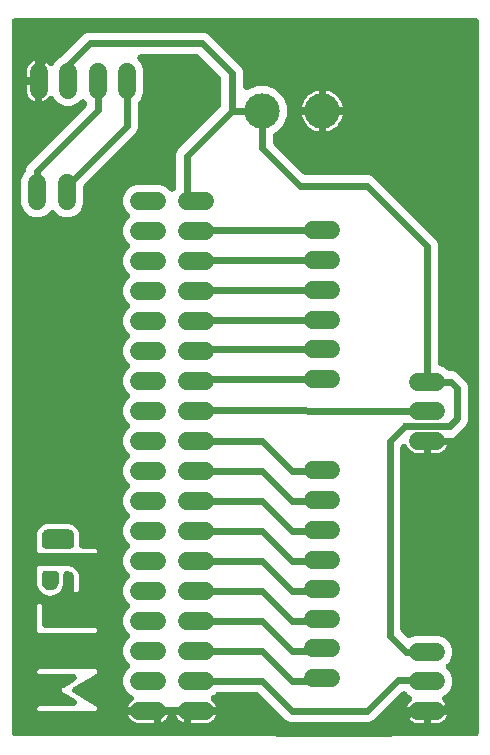
<source format=gbr>
G04 EAGLE Gerber X2 export*
%TF.Part,Single*%
%TF.FileFunction,Copper,L2,Bot,Mixed*%
%TF.FilePolarity,Positive*%
%TF.GenerationSoftware,Autodesk,EAGLE,8.6.3*%
%TF.CreationDate,2019-03-16T18:42:50Z*%
G75*
%MOMM*%
%FSLAX34Y34*%
%LPD*%
%AMOC8*
5,1,8,0,0,1.08239X$1,22.5*%
G01*
%ADD10C,3.000000*%
%ADD11C,1.508000*%
%ADD12C,0.609600*%
%ADD13C,0.406400*%

G36*
X402668Y10167D02*
X402668Y10167D01*
X402744Y10165D01*
X402913Y10187D01*
X403084Y10201D01*
X403158Y10219D01*
X403233Y10229D01*
X403397Y10278D01*
X403563Y10319D01*
X403632Y10349D01*
X403706Y10371D01*
X403859Y10447D01*
X404016Y10514D01*
X404080Y10555D01*
X404149Y10588D01*
X404288Y10687D01*
X404432Y10779D01*
X404489Y10830D01*
X404551Y10874D01*
X404672Y10994D01*
X404800Y11108D01*
X404848Y11167D01*
X404902Y11221D01*
X405003Y11359D01*
X405110Y11492D01*
X405147Y11558D01*
X405192Y11619D01*
X405269Y11772D01*
X405354Y11920D01*
X405380Y11992D01*
X405415Y12060D01*
X405466Y12223D01*
X405525Y12383D01*
X405540Y12458D01*
X405563Y12530D01*
X405575Y12635D01*
X405620Y12867D01*
X405627Y13103D01*
X405639Y13208D01*
X405639Y615342D01*
X405633Y615418D01*
X405635Y615494D01*
X405613Y615663D01*
X405599Y615834D01*
X405581Y615908D01*
X405571Y615983D01*
X405522Y616147D01*
X405481Y616313D01*
X405451Y616382D01*
X405429Y616456D01*
X405353Y616609D01*
X405286Y616766D01*
X405245Y616830D01*
X405212Y616899D01*
X405113Y617038D01*
X405021Y617182D01*
X404970Y617239D01*
X404926Y617301D01*
X404806Y617422D01*
X404692Y617550D01*
X404633Y617598D01*
X404579Y617652D01*
X404441Y617753D01*
X404308Y617860D01*
X404242Y617897D01*
X404181Y617942D01*
X404028Y618019D01*
X403880Y618104D01*
X403808Y618130D01*
X403740Y618165D01*
X403577Y618216D01*
X403417Y618275D01*
X403342Y618290D01*
X403270Y618313D01*
X403165Y618325D01*
X402933Y618370D01*
X402697Y618377D01*
X402592Y618389D01*
X13208Y618389D01*
X13132Y618383D01*
X13056Y618385D01*
X12887Y618363D01*
X12716Y618349D01*
X12642Y618331D01*
X12567Y618321D01*
X12403Y618272D01*
X12237Y618231D01*
X12168Y618201D01*
X12094Y618179D01*
X11941Y618103D01*
X11784Y618036D01*
X11720Y617995D01*
X11651Y617962D01*
X11512Y617863D01*
X11368Y617771D01*
X11311Y617720D01*
X11249Y617676D01*
X11128Y617556D01*
X11000Y617442D01*
X10952Y617383D01*
X10898Y617329D01*
X10797Y617191D01*
X10690Y617058D01*
X10653Y616992D01*
X10608Y616931D01*
X10531Y616778D01*
X10446Y616630D01*
X10420Y616558D01*
X10385Y616490D01*
X10334Y616327D01*
X10275Y616167D01*
X10260Y616092D01*
X10237Y616020D01*
X10225Y615915D01*
X10180Y615683D01*
X10173Y615447D01*
X10161Y615342D01*
X10161Y13208D01*
X10167Y13132D01*
X10165Y13056D01*
X10187Y12887D01*
X10201Y12716D01*
X10219Y12642D01*
X10229Y12567D01*
X10278Y12403D01*
X10319Y12237D01*
X10349Y12168D01*
X10371Y12094D01*
X10447Y11941D01*
X10514Y11784D01*
X10555Y11720D01*
X10588Y11651D01*
X10687Y11512D01*
X10779Y11368D01*
X10830Y11311D01*
X10874Y11249D01*
X10994Y11128D01*
X11108Y11000D01*
X11167Y10952D01*
X11221Y10898D01*
X11359Y10797D01*
X11492Y10690D01*
X11558Y10653D01*
X11619Y10608D01*
X11772Y10531D01*
X11920Y10446D01*
X11992Y10420D01*
X12060Y10385D01*
X12223Y10334D01*
X12383Y10275D01*
X12458Y10260D01*
X12530Y10237D01*
X12635Y10225D01*
X12867Y10180D01*
X13103Y10173D01*
X13208Y10161D01*
X402592Y10161D01*
X402668Y10167D01*
G37*
%LPC*%
G36*
X245831Y22605D02*
X245831Y22605D01*
X242470Y23997D01*
X219355Y47113D01*
X219268Y47187D01*
X219187Y47268D01*
X219080Y47346D01*
X218979Y47432D01*
X218881Y47491D01*
X218789Y47558D01*
X218670Y47618D01*
X218556Y47687D01*
X218450Y47729D01*
X218348Y47781D01*
X218221Y47821D01*
X218098Y47870D01*
X217987Y47895D01*
X217878Y47929D01*
X217784Y47939D01*
X217616Y47977D01*
X217292Y47995D01*
X217200Y48005D01*
X185233Y48005D01*
X185119Y47996D01*
X185005Y47997D01*
X184873Y47976D01*
X184741Y47965D01*
X184630Y47938D01*
X184517Y47920D01*
X184391Y47879D01*
X184262Y47847D01*
X184157Y47802D01*
X184049Y47766D01*
X183931Y47704D01*
X183809Y47652D01*
X183713Y47591D01*
X183611Y47538D01*
X183538Y47479D01*
X183393Y47387D01*
X183151Y47171D01*
X183078Y47113D01*
X181555Y45589D01*
X180453Y45133D01*
X180299Y45054D01*
X180142Y44983D01*
X180080Y44942D01*
X180014Y44908D01*
X179875Y44805D01*
X179731Y44710D01*
X179677Y44659D01*
X179617Y44615D01*
X179496Y44491D01*
X179370Y44374D01*
X179325Y44315D01*
X179273Y44262D01*
X179173Y44120D01*
X179068Y43984D01*
X179032Y43919D01*
X178990Y43858D01*
X178915Y43702D01*
X178832Y43550D01*
X178808Y43480D01*
X178776Y43413D01*
X178727Y43248D01*
X178670Y43084D01*
X178657Y43011D01*
X178636Y42940D01*
X178615Y42768D01*
X178585Y42598D01*
X178584Y42524D01*
X178575Y42451D01*
X178581Y42278D01*
X178579Y42105D01*
X178591Y42032D01*
X178593Y41958D01*
X178628Y41788D01*
X178654Y41617D01*
X178676Y41547D01*
X178691Y41474D01*
X178752Y41312D01*
X178806Y41148D01*
X178839Y41082D01*
X178866Y41013D01*
X178952Y40863D01*
X179031Y40709D01*
X179075Y40650D01*
X179112Y40585D01*
X179222Y40451D01*
X179325Y40313D01*
X179368Y40273D01*
X179425Y40204D01*
X179795Y39877D01*
X179815Y39864D01*
X179828Y39853D01*
X180397Y39439D01*
X181519Y38317D01*
X182452Y37033D01*
X183172Y35620D01*
X183439Y34797D01*
X158750Y34797D01*
X133350Y34797D01*
X108661Y34797D01*
X108928Y35620D01*
X109648Y37033D01*
X110581Y38317D01*
X111703Y39439D01*
X112272Y39853D01*
X112403Y39965D01*
X112540Y40071D01*
X112590Y40126D01*
X112646Y40174D01*
X112757Y40306D01*
X112875Y40433D01*
X112916Y40495D01*
X112964Y40551D01*
X113052Y40700D01*
X113148Y40844D01*
X113178Y40912D01*
X113216Y40975D01*
X113280Y41136D01*
X113351Y41294D01*
X113370Y41365D01*
X113397Y41434D01*
X113434Y41603D01*
X113478Y41770D01*
X113486Y41844D01*
X113501Y41916D01*
X113510Y42089D01*
X113527Y42261D01*
X113523Y42335D01*
X113527Y42409D01*
X113507Y42581D01*
X113497Y42754D01*
X113480Y42826D01*
X113472Y42899D01*
X113425Y43066D01*
X113387Y43234D01*
X113359Y43303D01*
X113339Y43374D01*
X113266Y43531D01*
X113201Y43691D01*
X113162Y43755D01*
X113131Y43822D01*
X113034Y43965D01*
X112944Y44112D01*
X112895Y44168D01*
X112854Y44230D01*
X112734Y44355D01*
X112622Y44486D01*
X112565Y44534D01*
X112514Y44588D01*
X112376Y44692D01*
X112244Y44803D01*
X112193Y44831D01*
X112121Y44886D01*
X111685Y45117D01*
X111662Y45125D01*
X111647Y45133D01*
X110545Y45589D01*
X106709Y49425D01*
X104633Y54437D01*
X104633Y59863D01*
X106709Y64875D01*
X109530Y67695D01*
X109579Y67753D01*
X109635Y67806D01*
X109739Y67941D01*
X109849Y68071D01*
X109889Y68136D01*
X109935Y68197D01*
X110016Y68347D01*
X110104Y68494D01*
X110132Y68565D01*
X110168Y68632D01*
X110224Y68793D01*
X110287Y68952D01*
X110304Y69026D01*
X110328Y69098D01*
X110357Y69267D01*
X110394Y69434D01*
X110398Y69510D01*
X110411Y69585D01*
X110412Y69756D01*
X110422Y69926D01*
X110414Y70002D01*
X110414Y70078D01*
X110387Y70247D01*
X110369Y70417D01*
X110349Y70490D01*
X110337Y70565D01*
X110284Y70728D01*
X110239Y70892D01*
X110207Y70962D01*
X110183Y71034D01*
X110104Y71185D01*
X110033Y71341D01*
X109990Y71404D01*
X109955Y71472D01*
X109890Y71554D01*
X109758Y71750D01*
X109596Y71922D01*
X109530Y72005D01*
X106709Y74825D01*
X104633Y79837D01*
X104633Y85263D01*
X106709Y90275D01*
X109530Y93095D01*
X109579Y93153D01*
X109635Y93205D01*
X109739Y93341D01*
X109849Y93471D01*
X109889Y93537D01*
X109935Y93597D01*
X110016Y93747D01*
X110104Y93894D01*
X110132Y93964D01*
X110168Y94032D01*
X110224Y94193D01*
X110287Y94352D01*
X110304Y94426D01*
X110328Y94498D01*
X110357Y94667D01*
X110394Y94833D01*
X110398Y94910D01*
X110411Y94985D01*
X110412Y95156D01*
X110422Y95326D01*
X110414Y95402D01*
X110414Y95478D01*
X110387Y95647D01*
X110369Y95817D01*
X110349Y95890D01*
X110337Y95965D01*
X110284Y96128D01*
X110239Y96292D01*
X110207Y96362D01*
X110183Y96434D01*
X110104Y96586D01*
X110033Y96741D01*
X109990Y96804D01*
X109955Y96872D01*
X109890Y96954D01*
X109758Y97150D01*
X109596Y97322D01*
X109530Y97405D01*
X106709Y100225D01*
X104633Y105237D01*
X104633Y110663D01*
X106709Y115675D01*
X109530Y118495D01*
X109579Y118553D01*
X109635Y118606D01*
X109739Y118741D01*
X109849Y118871D01*
X109889Y118936D01*
X109935Y118997D01*
X110016Y119147D01*
X110104Y119294D01*
X110132Y119365D01*
X110168Y119432D01*
X110224Y119593D01*
X110287Y119752D01*
X110304Y119826D01*
X110328Y119898D01*
X110357Y120067D01*
X110394Y120234D01*
X110398Y120310D01*
X110411Y120385D01*
X110412Y120556D01*
X110422Y120726D01*
X110414Y120802D01*
X110414Y120878D01*
X110387Y121047D01*
X110369Y121217D01*
X110349Y121290D01*
X110337Y121365D01*
X110284Y121528D01*
X110239Y121692D01*
X110207Y121762D01*
X110183Y121834D01*
X110104Y121985D01*
X110033Y122141D01*
X109990Y122204D01*
X109955Y122272D01*
X109890Y122354D01*
X109758Y122550D01*
X109596Y122722D01*
X109530Y122805D01*
X106709Y125625D01*
X104633Y130637D01*
X104633Y136063D01*
X106709Y141075D01*
X109530Y143895D01*
X109579Y143953D01*
X109635Y144006D01*
X109739Y144141D01*
X109849Y144271D01*
X109889Y144336D01*
X109935Y144397D01*
X110016Y144547D01*
X110104Y144694D01*
X110132Y144765D01*
X110168Y144832D01*
X110224Y144993D01*
X110287Y145152D01*
X110304Y145226D01*
X110328Y145298D01*
X110357Y145467D01*
X110394Y145634D01*
X110398Y145710D01*
X110411Y145785D01*
X110412Y145956D01*
X110422Y146126D01*
X110414Y146202D01*
X110414Y146278D01*
X110387Y146447D01*
X110369Y146617D01*
X110349Y146690D01*
X110337Y146765D01*
X110284Y146928D01*
X110239Y147092D01*
X110207Y147162D01*
X110183Y147234D01*
X110104Y147385D01*
X110033Y147541D01*
X109990Y147604D01*
X109955Y147672D01*
X109890Y147754D01*
X109758Y147950D01*
X109596Y148122D01*
X109530Y148205D01*
X106709Y151025D01*
X104633Y156037D01*
X104633Y161463D01*
X106709Y166475D01*
X109530Y169295D01*
X109579Y169353D01*
X109635Y169406D01*
X109739Y169541D01*
X109849Y169671D01*
X109889Y169736D01*
X109935Y169797D01*
X110016Y169947D01*
X110104Y170094D01*
X110132Y170165D01*
X110168Y170232D01*
X110224Y170393D01*
X110287Y170552D01*
X110304Y170626D01*
X110328Y170698D01*
X110357Y170867D01*
X110394Y171034D01*
X110398Y171110D01*
X110411Y171185D01*
X110412Y171356D01*
X110422Y171526D01*
X110414Y171602D01*
X110414Y171678D01*
X110387Y171847D01*
X110369Y172017D01*
X110349Y172090D01*
X110337Y172165D01*
X110284Y172328D01*
X110239Y172492D01*
X110207Y172562D01*
X110183Y172634D01*
X110104Y172785D01*
X110033Y172941D01*
X109990Y173004D01*
X109955Y173072D01*
X109890Y173154D01*
X109758Y173350D01*
X109596Y173522D01*
X109530Y173605D01*
X106709Y176425D01*
X104633Y181437D01*
X104633Y186863D01*
X106709Y191875D01*
X109530Y194695D01*
X109579Y194753D01*
X109635Y194806D01*
X109739Y194941D01*
X109849Y195071D01*
X109889Y195136D01*
X109935Y195197D01*
X110016Y195347D01*
X110104Y195494D01*
X110132Y195565D01*
X110168Y195632D01*
X110224Y195793D01*
X110287Y195952D01*
X110304Y196026D01*
X110328Y196098D01*
X110357Y196267D01*
X110394Y196434D01*
X110398Y196510D01*
X110411Y196585D01*
X110412Y196756D01*
X110422Y196926D01*
X110414Y197002D01*
X110414Y197078D01*
X110387Y197247D01*
X110369Y197417D01*
X110349Y197490D01*
X110337Y197565D01*
X110284Y197728D01*
X110239Y197892D01*
X110207Y197962D01*
X110183Y198034D01*
X110104Y198185D01*
X110033Y198341D01*
X109990Y198404D01*
X109955Y198472D01*
X109890Y198554D01*
X109758Y198750D01*
X109596Y198922D01*
X109530Y199005D01*
X106709Y201825D01*
X104633Y206837D01*
X104633Y212263D01*
X106709Y217275D01*
X109530Y220095D01*
X109579Y220153D01*
X109635Y220206D01*
X109739Y220341D01*
X109849Y220471D01*
X109889Y220536D01*
X109935Y220597D01*
X110016Y220747D01*
X110104Y220894D01*
X110132Y220965D01*
X110168Y221032D01*
X110224Y221193D01*
X110287Y221352D01*
X110304Y221426D01*
X110328Y221498D01*
X110357Y221667D01*
X110394Y221834D01*
X110398Y221910D01*
X110411Y221985D01*
X110412Y222156D01*
X110422Y222326D01*
X110414Y222402D01*
X110414Y222478D01*
X110387Y222647D01*
X110369Y222817D01*
X110349Y222890D01*
X110337Y222965D01*
X110284Y223128D01*
X110239Y223292D01*
X110207Y223362D01*
X110183Y223434D01*
X110104Y223585D01*
X110033Y223741D01*
X109990Y223804D01*
X109955Y223872D01*
X109890Y223954D01*
X109758Y224150D01*
X109596Y224322D01*
X109530Y224405D01*
X106709Y227225D01*
X104633Y232237D01*
X104633Y237663D01*
X106709Y242675D01*
X109530Y245495D01*
X109579Y245553D01*
X109635Y245606D01*
X109739Y245741D01*
X109849Y245871D01*
X109889Y245936D01*
X109935Y245997D01*
X110016Y246147D01*
X110104Y246294D01*
X110132Y246365D01*
X110168Y246432D01*
X110224Y246593D01*
X110287Y246752D01*
X110304Y246826D01*
X110328Y246898D01*
X110357Y247067D01*
X110394Y247234D01*
X110398Y247310D01*
X110411Y247385D01*
X110412Y247556D01*
X110422Y247726D01*
X110414Y247802D01*
X110414Y247878D01*
X110387Y248047D01*
X110369Y248217D01*
X110349Y248290D01*
X110337Y248365D01*
X110284Y248528D01*
X110239Y248692D01*
X110207Y248762D01*
X110183Y248834D01*
X110104Y248985D01*
X110033Y249141D01*
X109990Y249204D01*
X109955Y249272D01*
X109890Y249354D01*
X109758Y249550D01*
X109596Y249722D01*
X109530Y249805D01*
X106709Y252625D01*
X104633Y257637D01*
X104633Y263063D01*
X106709Y268075D01*
X109530Y270895D01*
X109579Y270953D01*
X109635Y271006D01*
X109739Y271141D01*
X109849Y271271D01*
X109889Y271336D01*
X109935Y271397D01*
X110016Y271547D01*
X110104Y271694D01*
X110132Y271765D01*
X110168Y271832D01*
X110224Y271993D01*
X110287Y272152D01*
X110304Y272226D01*
X110328Y272298D01*
X110357Y272467D01*
X110394Y272634D01*
X110398Y272710D01*
X110411Y272785D01*
X110412Y272956D01*
X110422Y273126D01*
X110414Y273202D01*
X110414Y273278D01*
X110387Y273447D01*
X110369Y273617D01*
X110349Y273690D01*
X110337Y273765D01*
X110284Y273928D01*
X110239Y274092D01*
X110207Y274162D01*
X110183Y274234D01*
X110104Y274385D01*
X110033Y274541D01*
X109990Y274604D01*
X109955Y274672D01*
X109890Y274754D01*
X109758Y274950D01*
X109596Y275122D01*
X109530Y275205D01*
X106709Y278025D01*
X104633Y283037D01*
X104633Y288463D01*
X106709Y293475D01*
X109530Y296295D01*
X109579Y296353D01*
X109635Y296406D01*
X109739Y296541D01*
X109849Y296671D01*
X109889Y296736D01*
X109935Y296797D01*
X110016Y296947D01*
X110104Y297094D01*
X110132Y297165D01*
X110168Y297232D01*
X110224Y297393D01*
X110287Y297552D01*
X110304Y297626D01*
X110328Y297698D01*
X110357Y297867D01*
X110394Y298034D01*
X110398Y298110D01*
X110411Y298185D01*
X110412Y298356D01*
X110422Y298526D01*
X110414Y298602D01*
X110414Y298678D01*
X110387Y298847D01*
X110369Y299017D01*
X110349Y299090D01*
X110337Y299165D01*
X110284Y299328D01*
X110239Y299492D01*
X110207Y299562D01*
X110183Y299634D01*
X110104Y299785D01*
X110033Y299941D01*
X109990Y300004D01*
X109955Y300072D01*
X109890Y300154D01*
X109758Y300350D01*
X109596Y300522D01*
X109530Y300605D01*
X106709Y303425D01*
X104633Y308437D01*
X104633Y313863D01*
X106709Y318875D01*
X109530Y321695D01*
X109579Y321753D01*
X109635Y321806D01*
X109739Y321941D01*
X109849Y322071D01*
X109889Y322136D01*
X109935Y322197D01*
X110016Y322347D01*
X110104Y322494D01*
X110132Y322565D01*
X110168Y322632D01*
X110224Y322793D01*
X110287Y322952D01*
X110304Y323026D01*
X110328Y323098D01*
X110357Y323267D01*
X110394Y323434D01*
X110398Y323510D01*
X110411Y323585D01*
X110412Y323756D01*
X110422Y323926D01*
X110414Y324002D01*
X110414Y324078D01*
X110387Y324247D01*
X110369Y324417D01*
X110349Y324490D01*
X110337Y324565D01*
X110284Y324728D01*
X110239Y324892D01*
X110207Y324962D01*
X110183Y325034D01*
X110104Y325185D01*
X110033Y325341D01*
X109990Y325404D01*
X109955Y325472D01*
X109890Y325554D01*
X109758Y325750D01*
X109596Y325922D01*
X109530Y326005D01*
X106709Y328825D01*
X104633Y333837D01*
X104633Y339263D01*
X106709Y344275D01*
X109530Y347095D01*
X109579Y347153D01*
X109635Y347206D01*
X109739Y347341D01*
X109849Y347471D01*
X109889Y347536D01*
X109935Y347597D01*
X110016Y347747D01*
X110104Y347894D01*
X110132Y347965D01*
X110168Y348032D01*
X110224Y348193D01*
X110287Y348352D01*
X110304Y348426D01*
X110328Y348498D01*
X110357Y348667D01*
X110394Y348834D01*
X110398Y348910D01*
X110411Y348985D01*
X110412Y349156D01*
X110422Y349326D01*
X110414Y349402D01*
X110414Y349478D01*
X110387Y349647D01*
X110369Y349817D01*
X110349Y349890D01*
X110337Y349965D01*
X110284Y350128D01*
X110239Y350292D01*
X110207Y350362D01*
X110183Y350434D01*
X110104Y350585D01*
X110033Y350741D01*
X109990Y350804D01*
X109955Y350872D01*
X109890Y350954D01*
X109758Y351150D01*
X109596Y351322D01*
X109530Y351405D01*
X106709Y354225D01*
X104633Y359237D01*
X104633Y364663D01*
X106709Y369675D01*
X109530Y372495D01*
X109579Y372553D01*
X109635Y372606D01*
X109739Y372741D01*
X109849Y372871D01*
X109889Y372936D01*
X109935Y372997D01*
X110016Y373147D01*
X110104Y373294D01*
X110132Y373365D01*
X110168Y373432D01*
X110224Y373593D01*
X110287Y373752D01*
X110304Y373826D01*
X110328Y373898D01*
X110357Y374067D01*
X110394Y374234D01*
X110398Y374310D01*
X110411Y374385D01*
X110412Y374556D01*
X110422Y374726D01*
X110414Y374802D01*
X110414Y374878D01*
X110387Y375047D01*
X110369Y375217D01*
X110349Y375290D01*
X110337Y375365D01*
X110284Y375528D01*
X110239Y375692D01*
X110207Y375762D01*
X110183Y375834D01*
X110104Y375985D01*
X110033Y376141D01*
X109990Y376204D01*
X109955Y376272D01*
X109890Y376354D01*
X109758Y376550D01*
X109596Y376722D01*
X109530Y376805D01*
X106709Y379625D01*
X104633Y384637D01*
X104633Y390063D01*
X106709Y395075D01*
X109530Y397895D01*
X109579Y397953D01*
X109635Y398006D01*
X109739Y398141D01*
X109849Y398271D01*
X109889Y398336D01*
X109935Y398397D01*
X110016Y398547D01*
X110104Y398694D01*
X110132Y398765D01*
X110168Y398832D01*
X110224Y398993D01*
X110287Y399152D01*
X110304Y399226D01*
X110328Y399298D01*
X110357Y399467D01*
X110394Y399634D01*
X110398Y399710D01*
X110411Y399785D01*
X110412Y399956D01*
X110422Y400126D01*
X110414Y400202D01*
X110414Y400278D01*
X110387Y400447D01*
X110369Y400617D01*
X110349Y400690D01*
X110337Y400765D01*
X110284Y400928D01*
X110239Y401092D01*
X110207Y401162D01*
X110183Y401234D01*
X110104Y401385D01*
X110033Y401541D01*
X109990Y401604D01*
X109955Y401672D01*
X109890Y401754D01*
X109758Y401950D01*
X109596Y402122D01*
X109530Y402205D01*
X106709Y405025D01*
X104633Y410037D01*
X104633Y415463D01*
X106709Y420475D01*
X109530Y423295D01*
X109579Y423353D01*
X109635Y423406D01*
X109739Y423541D01*
X109849Y423671D01*
X109889Y423736D01*
X109935Y423797D01*
X110016Y423947D01*
X110104Y424094D01*
X110132Y424165D01*
X110168Y424232D01*
X110224Y424393D01*
X110287Y424552D01*
X110304Y424626D01*
X110328Y424698D01*
X110357Y424867D01*
X110394Y425034D01*
X110398Y425110D01*
X110411Y425185D01*
X110412Y425356D01*
X110422Y425526D01*
X110414Y425602D01*
X110414Y425678D01*
X110387Y425847D01*
X110369Y426017D01*
X110349Y426090D01*
X110337Y426165D01*
X110284Y426328D01*
X110239Y426492D01*
X110207Y426562D01*
X110183Y426634D01*
X110104Y426785D01*
X110033Y426941D01*
X109990Y427004D01*
X109955Y427072D01*
X109890Y427154D01*
X109758Y427350D01*
X109596Y427522D01*
X109530Y427605D01*
X106709Y430425D01*
X104633Y435437D01*
X104633Y440863D01*
X106709Y445875D01*
X109530Y448695D01*
X109579Y448753D01*
X109635Y448806D01*
X109739Y448941D01*
X109849Y449071D01*
X109889Y449136D01*
X109935Y449197D01*
X110016Y449347D01*
X110104Y449494D01*
X110132Y449565D01*
X110168Y449632D01*
X110224Y449793D01*
X110287Y449952D01*
X110304Y450026D01*
X110328Y450098D01*
X110357Y450267D01*
X110394Y450434D01*
X110398Y450510D01*
X110411Y450585D01*
X110412Y450756D01*
X110422Y450926D01*
X110414Y451002D01*
X110414Y451078D01*
X110387Y451247D01*
X110369Y451417D01*
X110349Y451490D01*
X110337Y451565D01*
X110284Y451728D01*
X110239Y451892D01*
X110207Y451962D01*
X110183Y452034D01*
X110104Y452185D01*
X110033Y452341D01*
X109990Y452404D01*
X109955Y452472D01*
X109890Y452554D01*
X109758Y452750D01*
X109596Y452922D01*
X109530Y453005D01*
X106709Y455825D01*
X104633Y460837D01*
X104633Y466263D01*
X106709Y471275D01*
X110545Y475111D01*
X115557Y477187D01*
X136063Y477187D01*
X141075Y475111D01*
X143895Y472290D01*
X143953Y472241D01*
X144005Y472185D01*
X144141Y472081D01*
X144271Y471971D01*
X144337Y471931D01*
X144397Y471885D01*
X144547Y471804D01*
X144694Y471716D01*
X144764Y471688D01*
X144832Y471652D01*
X144993Y471596D01*
X145152Y471533D01*
X145226Y471516D01*
X145298Y471492D01*
X145467Y471463D01*
X145633Y471426D01*
X145710Y471422D01*
X145785Y471409D01*
X145956Y471408D01*
X146126Y471398D01*
X146202Y471406D01*
X146278Y471406D01*
X146447Y471433D01*
X146617Y471451D01*
X146690Y471471D01*
X146765Y471483D01*
X146928Y471536D01*
X147092Y471581D01*
X147162Y471613D01*
X147234Y471637D01*
X147386Y471716D01*
X147541Y471787D01*
X147604Y471830D01*
X147672Y471865D01*
X147754Y471930D01*
X147950Y472062D01*
X148122Y472224D01*
X148205Y472290D01*
X148713Y472798D01*
X148787Y472885D01*
X148868Y472965D01*
X148946Y473073D01*
X149032Y473174D01*
X149091Y473272D01*
X149158Y473364D01*
X149218Y473482D01*
X149287Y473597D01*
X149329Y473703D01*
X149381Y473805D01*
X149421Y473931D01*
X149470Y474055D01*
X149495Y474166D01*
X149529Y474275D01*
X149539Y474369D01*
X149577Y474536D01*
X149595Y474861D01*
X149605Y474953D01*
X149605Y503469D01*
X150997Y506830D01*
X186813Y542645D01*
X186887Y542732D01*
X186968Y542813D01*
X187046Y542920D01*
X187132Y543021D01*
X187191Y543119D01*
X187258Y543211D01*
X187318Y543330D01*
X187387Y543444D01*
X187429Y543550D01*
X187481Y543652D01*
X187521Y543779D01*
X187570Y543902D01*
X187595Y544013D01*
X187629Y544122D01*
X187639Y544216D01*
X187677Y544384D01*
X187695Y544708D01*
X187705Y544800D01*
X187705Y566450D01*
X187696Y566564D01*
X187697Y566678D01*
X187676Y566809D01*
X187665Y566942D01*
X187638Y567052D01*
X187620Y567165D01*
X187579Y567292D01*
X187547Y567420D01*
X187502Y567525D01*
X187466Y567634D01*
X187404Y567752D01*
X187352Y567874D01*
X187291Y567970D01*
X187238Y568071D01*
X187179Y568145D01*
X187087Y568290D01*
X186871Y568532D01*
X186813Y568605D01*
X168555Y586863D01*
X168468Y586937D01*
X168387Y587018D01*
X168280Y587096D01*
X168179Y587182D01*
X168081Y587241D01*
X167989Y587308D01*
X167870Y587368D01*
X167756Y587437D01*
X167650Y587479D01*
X167548Y587531D01*
X167421Y587571D01*
X167298Y587620D01*
X167187Y587645D01*
X167078Y587679D01*
X166984Y587689D01*
X166816Y587727D01*
X166492Y587745D01*
X166400Y587755D01*
X119527Y587755D01*
X119489Y587752D01*
X119451Y587754D01*
X119243Y587732D01*
X119035Y587715D01*
X118998Y587706D01*
X118960Y587702D01*
X118759Y587647D01*
X118556Y587597D01*
X118521Y587582D01*
X118484Y587571D01*
X118295Y587484D01*
X118103Y587402D01*
X118071Y587382D01*
X118036Y587366D01*
X117863Y587249D01*
X117687Y587137D01*
X117658Y587112D01*
X117627Y587090D01*
X117474Y586947D01*
X117319Y586808D01*
X117295Y586779D01*
X117267Y586753D01*
X117140Y586586D01*
X117009Y586424D01*
X116990Y586392D01*
X116967Y586361D01*
X116868Y586177D01*
X116765Y585996D01*
X116752Y585960D01*
X116734Y585926D01*
X116666Y585729D01*
X116593Y585533D01*
X116586Y585496D01*
X116574Y585460D01*
X116539Y585253D01*
X116499Y585049D01*
X116497Y585011D01*
X116491Y584973D01*
X116490Y584764D01*
X116483Y584556D01*
X116488Y584518D01*
X116488Y584480D01*
X116520Y584273D01*
X116548Y584067D01*
X116559Y584030D01*
X116565Y583993D01*
X116630Y583794D01*
X116690Y583595D01*
X116707Y583560D01*
X116719Y583524D01*
X116815Y583339D01*
X116907Y583151D01*
X116929Y583120D01*
X116947Y583086D01*
X117005Y583014D01*
X117193Y582749D01*
X117313Y582627D01*
X117372Y582553D01*
X119511Y580415D01*
X121587Y575403D01*
X121587Y554897D01*
X119511Y549885D01*
X117987Y548362D01*
X117913Y548275D01*
X117832Y548195D01*
X117754Y548087D01*
X117668Y547986D01*
X117609Y547888D01*
X117542Y547796D01*
X117482Y547677D01*
X117413Y547564D01*
X117371Y547458D01*
X117319Y547356D01*
X117279Y547229D01*
X117230Y547105D01*
X117205Y546994D01*
X117171Y546885D01*
X117161Y546792D01*
X117123Y546624D01*
X117105Y546299D01*
X117095Y546207D01*
X117095Y525231D01*
X115703Y521870D01*
X71679Y477847D01*
X71605Y477760D01*
X71524Y477679D01*
X71446Y477572D01*
X71360Y477471D01*
X71301Y477373D01*
X71234Y477281D01*
X71174Y477162D01*
X71105Y477048D01*
X71063Y476942D01*
X71011Y476840D01*
X70971Y476713D01*
X70922Y476590D01*
X70897Y476479D01*
X70863Y476370D01*
X70853Y476276D01*
X70815Y476108D01*
X70797Y475784D01*
X70787Y475692D01*
X70787Y460837D01*
X68711Y455825D01*
X64875Y451989D01*
X59863Y449913D01*
X54437Y449913D01*
X49425Y451989D01*
X46605Y454810D01*
X46547Y454859D01*
X46495Y454915D01*
X46359Y455019D01*
X46229Y455129D01*
X46163Y455169D01*
X46103Y455215D01*
X45953Y455296D01*
X45806Y455384D01*
X45736Y455412D01*
X45668Y455448D01*
X45507Y455504D01*
X45348Y455567D01*
X45274Y455584D01*
X45202Y455608D01*
X45033Y455637D01*
X44867Y455674D01*
X44790Y455678D01*
X44715Y455691D01*
X44544Y455692D01*
X44374Y455702D01*
X44298Y455694D01*
X44222Y455694D01*
X44053Y455667D01*
X43883Y455649D01*
X43810Y455629D01*
X43735Y455617D01*
X43572Y455564D01*
X43408Y455519D01*
X43338Y455487D01*
X43266Y455463D01*
X43114Y455384D01*
X42959Y455313D01*
X42896Y455270D01*
X42828Y455235D01*
X42746Y455170D01*
X42550Y455038D01*
X42378Y454876D01*
X42295Y454810D01*
X39475Y451989D01*
X34463Y449913D01*
X29037Y449913D01*
X24025Y451989D01*
X20189Y455825D01*
X18113Y460837D01*
X18113Y481343D01*
X20189Y486355D01*
X21713Y487878D01*
X21787Y487965D01*
X21868Y488045D01*
X21946Y488153D01*
X22032Y488254D01*
X22091Y488352D01*
X22158Y488444D01*
X22218Y488562D01*
X22287Y488677D01*
X22329Y488783D01*
X22381Y488885D01*
X22421Y489011D01*
X22470Y489135D01*
X22495Y489246D01*
X22529Y489355D01*
X22539Y489449D01*
X22577Y489616D01*
X22595Y489941D01*
X22605Y490033D01*
X22605Y490769D01*
X23997Y494130D01*
X72913Y543045D01*
X72987Y543132D01*
X73068Y543213D01*
X73146Y543320D01*
X73232Y543421D01*
X73291Y543519D01*
X73358Y543611D01*
X73418Y543730D01*
X73487Y543844D01*
X73529Y543950D01*
X73581Y544052D01*
X73621Y544179D01*
X73670Y544302D01*
X73695Y544413D01*
X73729Y544522D01*
X73739Y544616D01*
X73777Y544784D01*
X73795Y545108D01*
X73805Y545200D01*
X73805Y546207D01*
X73796Y546321D01*
X73797Y546435D01*
X73776Y546567D01*
X73765Y546699D01*
X73738Y546810D01*
X73720Y546923D01*
X73679Y547049D01*
X73647Y547178D01*
X73602Y547283D01*
X73566Y547391D01*
X73504Y547509D01*
X73452Y547631D01*
X73391Y547728D01*
X73338Y547829D01*
X73279Y547902D01*
X73187Y548047D01*
X72971Y548289D01*
X72913Y548362D01*
X72605Y548670D01*
X72547Y548719D01*
X72494Y548775D01*
X72359Y548879D01*
X72229Y548990D01*
X72164Y549029D01*
X72103Y549075D01*
X71952Y549156D01*
X71806Y549244D01*
X71735Y549272D01*
X71668Y549308D01*
X71507Y549364D01*
X71348Y549427D01*
X71274Y549444D01*
X71202Y549468D01*
X71033Y549497D01*
X70866Y549534D01*
X70790Y549538D01*
X70715Y549551D01*
X70544Y549552D01*
X70374Y549562D01*
X70298Y549554D01*
X70222Y549554D01*
X70053Y549527D01*
X69883Y549509D01*
X69810Y549489D01*
X69735Y549477D01*
X69572Y549424D01*
X69407Y549379D01*
X69338Y549347D01*
X69266Y549323D01*
X69114Y549244D01*
X68959Y549173D01*
X68896Y549130D01*
X68828Y549095D01*
X68746Y549029D01*
X68550Y548897D01*
X68378Y548736D01*
X68295Y548670D01*
X65675Y546049D01*
X60663Y543973D01*
X55237Y543973D01*
X50225Y546049D01*
X46389Y549885D01*
X46078Y550636D01*
X45999Y550790D01*
X45928Y550948D01*
X45887Y551009D01*
X45853Y551075D01*
X45751Y551214D01*
X45655Y551358D01*
X45604Y551413D01*
X45560Y551472D01*
X45436Y551593D01*
X45319Y551720D01*
X45260Y551765D01*
X45207Y551817D01*
X45065Y551916D01*
X44929Y552022D01*
X44864Y552057D01*
X44803Y552100D01*
X44647Y552175D01*
X44495Y552257D01*
X44425Y552281D01*
X44359Y552314D01*
X44192Y552363D01*
X44029Y552419D01*
X43956Y552432D01*
X43885Y552453D01*
X43714Y552475D01*
X43543Y552504D01*
X43469Y552505D01*
X43396Y552514D01*
X43223Y552508D01*
X43050Y552510D01*
X42977Y552499D01*
X42903Y552496D01*
X42733Y552462D01*
X42562Y552436D01*
X42492Y552413D01*
X42419Y552398D01*
X42257Y552337D01*
X42093Y552284D01*
X42027Y552250D01*
X41958Y552224D01*
X41808Y552137D01*
X41654Y552058D01*
X41595Y552014D01*
X41531Y551977D01*
X41397Y551867D01*
X41258Y551764D01*
X41218Y551721D01*
X41149Y551665D01*
X40822Y551295D01*
X40809Y551274D01*
X40798Y551261D01*
X40639Y551043D01*
X39517Y549921D01*
X38233Y548988D01*
X36820Y548268D01*
X35997Y548001D01*
X35997Y565150D01*
X35997Y582299D01*
X36820Y582032D01*
X38233Y581312D01*
X39517Y580379D01*
X40639Y579257D01*
X40798Y579039D01*
X40910Y578908D01*
X41016Y578771D01*
X41071Y578721D01*
X41119Y578665D01*
X41251Y578553D01*
X41378Y578436D01*
X41440Y578395D01*
X41496Y578347D01*
X41645Y578259D01*
X41789Y578163D01*
X41857Y578132D01*
X41920Y578095D01*
X42081Y578031D01*
X42239Y577960D01*
X42310Y577941D01*
X42379Y577914D01*
X42549Y577877D01*
X42715Y577832D01*
X42789Y577825D01*
X42861Y577809D01*
X43034Y577800D01*
X43206Y577783D01*
X43280Y577788D01*
X43354Y577784D01*
X43526Y577803D01*
X43699Y577814D01*
X43771Y577830D01*
X43844Y577839D01*
X44011Y577885D01*
X44180Y577924D01*
X44248Y577952D01*
X44319Y577972D01*
X44477Y578045D01*
X44637Y578110D01*
X44700Y578148D01*
X44767Y578180D01*
X44910Y578277D01*
X45058Y578367D01*
X45114Y578415D01*
X45175Y578457D01*
X45300Y578576D01*
X45431Y578689D01*
X45479Y578746D01*
X45533Y578797D01*
X45637Y578934D01*
X45748Y579067D01*
X45777Y579118D01*
X45831Y579189D01*
X46062Y579625D01*
X46070Y579649D01*
X46078Y579664D01*
X46389Y580415D01*
X50225Y584251D01*
X50336Y584296D01*
X50344Y584301D01*
X50354Y584304D01*
X50564Y584414D01*
X50775Y584521D01*
X50782Y584527D01*
X50791Y584532D01*
X50823Y584557D01*
X51172Y584814D01*
X51263Y584908D01*
X51324Y584957D01*
X53198Y586831D01*
X53199Y586831D01*
X68019Y601651D01*
X68019Y601652D01*
X71020Y604653D01*
X74381Y606045D01*
X173269Y606045D01*
X176630Y604653D01*
X204603Y576680D01*
X205995Y573319D01*
X205995Y560412D01*
X206009Y560232D01*
X206016Y560052D01*
X206029Y559987D01*
X206035Y559921D01*
X206078Y559745D01*
X206114Y559569D01*
X206137Y559506D01*
X206153Y559442D01*
X206225Y559276D01*
X206288Y559107D01*
X206322Y559049D01*
X206348Y558988D01*
X206445Y558836D01*
X206535Y558680D01*
X206577Y558628D01*
X206613Y558572D01*
X206733Y558438D01*
X206848Y558298D01*
X206897Y558254D01*
X206942Y558204D01*
X207082Y558091D01*
X207217Y557972D01*
X207274Y557936D01*
X207326Y557895D01*
X207482Y557805D01*
X207635Y557709D01*
X207696Y557683D01*
X207754Y557651D01*
X207924Y557588D01*
X208090Y557518D01*
X208154Y557502D01*
X208217Y557479D01*
X208394Y557444D01*
X208569Y557402D01*
X208636Y557397D01*
X208701Y557384D01*
X208881Y557379D01*
X209061Y557365D01*
X209128Y557371D01*
X209194Y557369D01*
X209373Y557392D01*
X209553Y557408D01*
X209603Y557423D01*
X209683Y557433D01*
X210155Y557576D01*
X210186Y557591D01*
X210208Y557597D01*
X218054Y560847D01*
X226446Y560847D01*
X234200Y557635D01*
X240135Y551700D01*
X243347Y543946D01*
X243347Y535554D01*
X240135Y527800D01*
X234200Y521865D01*
X233276Y521482D01*
X233081Y521382D01*
X232885Y521286D01*
X232862Y521270D01*
X232837Y521257D01*
X232661Y521127D01*
X232483Y521001D01*
X232463Y520981D01*
X232440Y520964D01*
X232287Y520808D01*
X232132Y520654D01*
X232115Y520631D01*
X232095Y520611D01*
X231970Y520432D01*
X231842Y520256D01*
X231829Y520230D01*
X231813Y520207D01*
X231718Y520010D01*
X231619Y519815D01*
X231611Y519788D01*
X231598Y519762D01*
X231537Y519553D01*
X231471Y519345D01*
X231468Y519321D01*
X231459Y519289D01*
X231398Y518800D01*
X231401Y518719D01*
X231395Y518667D01*
X231395Y513050D01*
X231404Y512936D01*
X231403Y512822D01*
X231424Y512691D01*
X231435Y512558D01*
X231462Y512448D01*
X231480Y512335D01*
X231521Y512208D01*
X231553Y512080D01*
X231598Y511975D01*
X231634Y511866D01*
X231696Y511748D01*
X231748Y511626D01*
X231809Y511530D01*
X231862Y511429D01*
X231921Y511355D01*
X232013Y511210D01*
X232195Y511006D01*
X232201Y510998D01*
X232217Y510982D01*
X232229Y510968D01*
X232287Y510895D01*
X256895Y486287D01*
X256982Y486213D01*
X257063Y486132D01*
X257170Y486054D01*
X257271Y485968D01*
X257369Y485909D01*
X257461Y485842D01*
X257580Y485782D01*
X257694Y485713D01*
X257800Y485671D01*
X257902Y485619D01*
X258029Y485579D01*
X258152Y485530D01*
X258263Y485505D01*
X258372Y485471D01*
X258466Y485461D01*
X258634Y485423D01*
X258958Y485405D01*
X259050Y485395D01*
X312969Y485395D01*
X316330Y484003D01*
X369703Y430630D01*
X371095Y427269D01*
X371095Y326482D01*
X371112Y326264D01*
X371126Y326046D01*
X371132Y326018D01*
X371135Y325990D01*
X371187Y325778D01*
X371236Y325565D01*
X371247Y325539D01*
X371253Y325511D01*
X371340Y325310D01*
X371422Y325108D01*
X371437Y325084D01*
X371448Y325058D01*
X371565Y324874D01*
X371679Y324687D01*
X371698Y324666D01*
X371713Y324642D01*
X371858Y324479D01*
X372001Y324313D01*
X372023Y324295D01*
X372042Y324274D01*
X372211Y324137D01*
X372379Y323996D01*
X372400Y323985D01*
X372426Y323964D01*
X372854Y323720D01*
X372930Y323692D01*
X372976Y323666D01*
X377215Y321911D01*
X378738Y320387D01*
X378825Y320313D01*
X378905Y320232D01*
X379013Y320154D01*
X379114Y320068D01*
X379212Y320009D01*
X379304Y319942D01*
X379422Y319882D01*
X379537Y319813D01*
X379643Y319771D01*
X379745Y319719D01*
X379871Y319679D01*
X379995Y319630D01*
X380106Y319605D01*
X380215Y319571D01*
X380309Y319561D01*
X380476Y319523D01*
X380801Y319505D01*
X380893Y319495D01*
X383619Y319495D01*
X386980Y318103D01*
X395103Y309980D01*
X396495Y306619D01*
X396495Y277581D01*
X395103Y274220D01*
X386502Y265619D01*
X386498Y265615D01*
X386493Y265610D01*
X386341Y265429D01*
X386183Y265243D01*
X386179Y265238D01*
X386175Y265233D01*
X386162Y265209D01*
X385955Y264866D01*
X383928Y262848D01*
X381407Y261810D01*
X381202Y261706D01*
X380997Y261604D01*
X380983Y261594D01*
X380967Y261586D01*
X380783Y261450D01*
X380596Y261317D01*
X380584Y261304D01*
X380570Y261294D01*
X380409Y261130D01*
X380247Y260968D01*
X380237Y260954D01*
X380224Y260942D01*
X380092Y260753D01*
X379958Y260568D01*
X379951Y260553D01*
X379941Y260538D01*
X379840Y260331D01*
X379738Y260126D01*
X379734Y260112D01*
X379726Y260094D01*
X379585Y259621D01*
X379573Y259527D01*
X379557Y259469D01*
X379322Y257989D01*
X378832Y256480D01*
X378112Y255067D01*
X377179Y253783D01*
X376057Y252661D01*
X374773Y251728D01*
X373360Y251008D01*
X371851Y250517D01*
X370283Y250269D01*
X364997Y250269D01*
X364997Y258770D01*
X364991Y258846D01*
X364994Y258922D01*
X364971Y259091D01*
X364957Y259261D01*
X364939Y259335D01*
X364929Y259411D01*
X364880Y259575D01*
X364839Y259740D01*
X364809Y259810D01*
X364787Y259883D01*
X364712Y260037D01*
X364644Y260194D01*
X364603Y260258D01*
X364570Y260326D01*
X364471Y260466D01*
X364379Y260610D01*
X364328Y260666D01*
X364284Y260729D01*
X364164Y260850D01*
X364050Y260978D01*
X363991Y261025D01*
X363938Y261080D01*
X363799Y261180D01*
X363667Y261288D01*
X363600Y261325D01*
X363539Y261370D01*
X363386Y261447D01*
X363238Y261532D01*
X363166Y261558D01*
X363098Y261592D01*
X362936Y261644D01*
X362775Y261703D01*
X362701Y261718D01*
X362628Y261741D01*
X362523Y261752D01*
X362291Y261798D01*
X362055Y261805D01*
X361950Y261817D01*
X361874Y261811D01*
X361798Y261813D01*
X361628Y261791D01*
X361458Y261777D01*
X361384Y261759D01*
X361309Y261749D01*
X361145Y261699D01*
X360979Y261658D01*
X360909Y261628D01*
X360836Y261606D01*
X360683Y261531D01*
X360526Y261464D01*
X360462Y261423D01*
X360393Y261389D01*
X360254Y261290D01*
X360110Y261199D01*
X360053Y261148D01*
X359991Y261104D01*
X359869Y260984D01*
X359742Y260870D01*
X359694Y260811D01*
X359640Y260757D01*
X359539Y260619D01*
X359432Y260486D01*
X359394Y260420D01*
X359349Y260358D01*
X359273Y260206D01*
X359188Y260057D01*
X359161Y259986D01*
X359127Y259918D01*
X359076Y259755D01*
X359016Y259595D01*
X359002Y259520D01*
X358979Y259447D01*
X358967Y259343D01*
X358922Y259111D01*
X358914Y258875D01*
X358903Y258770D01*
X358903Y250269D01*
X353617Y250269D01*
X352049Y250517D01*
X350540Y251008D01*
X349127Y251728D01*
X347843Y252661D01*
X346721Y253783D01*
X345788Y255067D01*
X345107Y256403D01*
X345095Y256423D01*
X345086Y256444D01*
X344966Y256632D01*
X344848Y256823D01*
X344833Y256841D01*
X344821Y256860D01*
X344672Y257026D01*
X344525Y257196D01*
X344508Y257211D01*
X344492Y257228D01*
X344318Y257368D01*
X344146Y257512D01*
X344126Y257523D01*
X344108Y257538D01*
X343914Y257648D01*
X343721Y257762D01*
X343700Y257770D01*
X343680Y257782D01*
X343469Y257860D01*
X343261Y257941D01*
X343239Y257945D01*
X343217Y257953D01*
X342997Y257996D01*
X342778Y258043D01*
X342755Y258044D01*
X342733Y258048D01*
X342510Y258055D01*
X342286Y258065D01*
X342263Y258063D01*
X342240Y258063D01*
X342018Y258034D01*
X341796Y258008D01*
X341773Y258002D01*
X341751Y257999D01*
X341536Y257934D01*
X341321Y257873D01*
X341301Y257863D01*
X341278Y257856D01*
X341078Y257758D01*
X340875Y257663D01*
X340856Y257650D01*
X340835Y257640D01*
X340654Y257510D01*
X340468Y257383D01*
X340452Y257367D01*
X340433Y257354D01*
X340274Y257197D01*
X340112Y257042D01*
X340098Y257023D01*
X340082Y257007D01*
X339951Y256827D01*
X339816Y256647D01*
X339805Y256627D01*
X339792Y256609D01*
X339691Y256409D01*
X339587Y256210D01*
X339580Y256189D01*
X339569Y256168D01*
X339502Y255954D01*
X339432Y255742D01*
X339428Y255720D01*
X339421Y255698D01*
X339413Y255625D01*
X339354Y255255D01*
X339354Y255105D01*
X339345Y255020D01*
X339345Y100300D01*
X339354Y100186D01*
X339353Y100072D01*
X339374Y99941D01*
X339385Y99808D01*
X339412Y99698D01*
X339430Y99585D01*
X339471Y99459D01*
X339503Y99330D01*
X339548Y99225D01*
X339584Y99116D01*
X339645Y98998D01*
X339698Y98876D01*
X339759Y98780D01*
X339812Y98679D01*
X339871Y98605D01*
X339963Y98460D01*
X340179Y98218D01*
X340237Y98145D01*
X344105Y94278D01*
X344271Y94137D01*
X344435Y93992D01*
X344459Y93977D01*
X344481Y93958D01*
X344668Y93846D01*
X344853Y93729D01*
X344879Y93718D01*
X344903Y93704D01*
X345106Y93623D01*
X345307Y93538D01*
X345335Y93531D01*
X345361Y93521D01*
X345575Y93473D01*
X345787Y93422D01*
X345815Y93420D01*
X345843Y93414D01*
X346061Y93402D01*
X346279Y93385D01*
X346307Y93388D01*
X346336Y93386D01*
X346553Y93409D01*
X346770Y93428D01*
X346793Y93435D01*
X346826Y93438D01*
X347302Y93569D01*
X347375Y93603D01*
X347426Y93617D01*
X351697Y95387D01*
X372203Y95387D01*
X377215Y93311D01*
X381051Y89475D01*
X383127Y84463D01*
X383127Y79037D01*
X381051Y74025D01*
X378430Y71405D01*
X378381Y71347D01*
X378325Y71295D01*
X378221Y71159D01*
X378111Y71029D01*
X378071Y70963D01*
X378025Y70903D01*
X377944Y70753D01*
X377856Y70606D01*
X377828Y70536D01*
X377792Y70468D01*
X377736Y70307D01*
X377673Y70148D01*
X377656Y70074D01*
X377632Y70002D01*
X377603Y69833D01*
X377566Y69667D01*
X377562Y69590D01*
X377549Y69515D01*
X377548Y69344D01*
X377538Y69174D01*
X377546Y69098D01*
X377546Y69022D01*
X377573Y68853D01*
X377591Y68683D01*
X377611Y68610D01*
X377623Y68535D01*
X377676Y68372D01*
X377721Y68208D01*
X377753Y68138D01*
X377777Y68066D01*
X377856Y67914D01*
X377927Y67759D01*
X377970Y67696D01*
X378005Y67628D01*
X378070Y67546D01*
X378202Y67350D01*
X378364Y67178D01*
X378430Y67095D01*
X381051Y64475D01*
X383127Y59463D01*
X383127Y54037D01*
X381051Y49025D01*
X377215Y45189D01*
X376464Y44878D01*
X376310Y44799D01*
X376152Y44728D01*
X376091Y44687D01*
X376025Y44653D01*
X375886Y44551D01*
X375742Y44455D01*
X375687Y44404D01*
X375628Y44360D01*
X375507Y44236D01*
X375380Y44119D01*
X375335Y44060D01*
X375283Y44007D01*
X375184Y43865D01*
X375078Y43729D01*
X375043Y43664D01*
X375000Y43603D01*
X374925Y43447D01*
X374843Y43295D01*
X374819Y43225D01*
X374786Y43159D01*
X374737Y42992D01*
X374681Y42829D01*
X374668Y42756D01*
X374647Y42685D01*
X374625Y42514D01*
X374596Y42343D01*
X374595Y42269D01*
X374586Y42196D01*
X374592Y42023D01*
X374590Y41850D01*
X374601Y41777D01*
X374604Y41703D01*
X374638Y41533D01*
X374664Y41362D01*
X374687Y41292D01*
X374702Y41219D01*
X374763Y41057D01*
X374816Y40893D01*
X374850Y40827D01*
X374876Y40758D01*
X374963Y40608D01*
X375042Y40454D01*
X375086Y40395D01*
X375123Y40331D01*
X375233Y40197D01*
X375336Y40058D01*
X375379Y40018D01*
X375435Y39949D01*
X375805Y39622D01*
X375826Y39609D01*
X375839Y39598D01*
X376057Y39439D01*
X377179Y38317D01*
X378112Y37033D01*
X378832Y35620D01*
X379099Y34797D01*
X361950Y34797D01*
X344801Y34797D01*
X345068Y35620D01*
X345788Y37033D01*
X346721Y38317D01*
X347843Y39439D01*
X348061Y39598D01*
X348192Y39710D01*
X348329Y39816D01*
X348379Y39871D01*
X348435Y39919D01*
X348547Y40051D01*
X348664Y40178D01*
X348705Y40240D01*
X348753Y40296D01*
X348841Y40445D01*
X348937Y40589D01*
X348968Y40657D01*
X349005Y40720D01*
X349069Y40881D01*
X349140Y41039D01*
X349159Y41110D01*
X349186Y41179D01*
X349223Y41349D01*
X349268Y41515D01*
X349275Y41589D01*
X349291Y41661D01*
X349300Y41834D01*
X349317Y42006D01*
X349312Y42080D01*
X349316Y42154D01*
X349297Y42326D01*
X349286Y42499D01*
X349270Y42571D01*
X349261Y42644D01*
X349215Y42811D01*
X349176Y42980D01*
X349148Y43048D01*
X349128Y43119D01*
X349055Y43277D01*
X348990Y43437D01*
X348952Y43500D01*
X348920Y43567D01*
X348823Y43710D01*
X348733Y43858D01*
X348685Y43914D01*
X348643Y43975D01*
X348524Y44100D01*
X348411Y44231D01*
X348354Y44279D01*
X348303Y44333D01*
X348166Y44437D01*
X348033Y44548D01*
X347982Y44577D01*
X347911Y44631D01*
X347475Y44862D01*
X347451Y44870D01*
X347436Y44878D01*
X346685Y45189D01*
X344542Y47333D01*
X344492Y47375D01*
X344448Y47423D01*
X344305Y47534D01*
X344166Y47652D01*
X344110Y47686D01*
X344058Y47726D01*
X343899Y47813D01*
X343744Y47907D01*
X343683Y47931D01*
X343625Y47962D01*
X343454Y48022D01*
X343286Y48090D01*
X343222Y48104D01*
X343160Y48126D01*
X343056Y48141D01*
X342804Y48196D01*
X342587Y48209D01*
X342485Y48223D01*
X341935Y48241D01*
X341772Y48233D01*
X341609Y48234D01*
X341526Y48221D01*
X341442Y48217D01*
X341283Y48183D01*
X341122Y48157D01*
X341042Y48131D01*
X340960Y48114D01*
X340808Y48054D01*
X340653Y48003D01*
X340579Y47964D01*
X340500Y47934D01*
X340360Y47851D01*
X340216Y47775D01*
X340165Y47735D01*
X340076Y47682D01*
X339698Y47365D01*
X339690Y47356D01*
X339683Y47350D01*
X316330Y23997D01*
X312969Y22605D01*
X245831Y22605D01*
G37*
%LPD*%
%LPC*%
G36*
X32940Y165180D02*
X32940Y165180D01*
X31749Y166371D01*
X31749Y182149D01*
X33245Y185759D01*
X36008Y188522D01*
X39618Y190017D01*
X59104Y190017D01*
X62714Y188522D01*
X65477Y185759D01*
X66972Y182149D01*
X66972Y172293D01*
X66978Y172217D01*
X66976Y172140D01*
X66998Y171971D01*
X67012Y171801D01*
X67030Y171727D01*
X67040Y171651D01*
X67090Y171488D01*
X67131Y171322D01*
X67161Y171252D01*
X67183Y171179D01*
X67258Y171026D01*
X67325Y170869D01*
X67366Y170804D01*
X67400Y170736D01*
X67499Y170597D01*
X67590Y170453D01*
X67641Y170396D01*
X67685Y170334D01*
X67805Y170212D01*
X67919Y170085D01*
X67978Y170037D01*
X68032Y169983D01*
X68170Y169882D01*
X68303Y169775D01*
X68369Y169737D01*
X68431Y169692D01*
X68583Y169615D01*
X68732Y169531D01*
X68803Y169504D01*
X68871Y169470D01*
X69034Y169419D01*
X69194Y169359D01*
X69269Y169345D01*
X69342Y169322D01*
X69446Y169310D01*
X69678Y169264D01*
X69914Y169257D01*
X70019Y169245D01*
X81360Y169245D01*
X82551Y168055D01*
X82551Y166371D01*
X81360Y165180D01*
X32940Y165180D01*
G37*
%LPD*%
%LPC*%
G36*
X80014Y31602D02*
X80014Y31602D01*
X79789Y31673D01*
X79778Y31674D01*
X79765Y31678D01*
X79276Y31745D01*
X79175Y31742D01*
X79111Y31749D01*
X32940Y31749D01*
X31749Y32940D01*
X31749Y34624D01*
X32940Y35815D01*
X62178Y35815D01*
X62342Y35828D01*
X62506Y35832D01*
X62587Y35848D01*
X62669Y35855D01*
X62829Y35894D01*
X62990Y35925D01*
X63068Y35954D01*
X63148Y35973D01*
X63299Y36038D01*
X63454Y36095D01*
X63526Y36135D01*
X63602Y36168D01*
X63740Y36256D01*
X63883Y36337D01*
X63948Y36389D01*
X64018Y36433D01*
X64140Y36542D01*
X64269Y36645D01*
X64324Y36707D01*
X64386Y36762D01*
X64489Y36890D01*
X64599Y37012D01*
X64644Y37081D01*
X64696Y37146D01*
X64777Y37288D01*
X64866Y37427D01*
X64899Y37503D01*
X64940Y37574D01*
X64997Y37728D01*
X65062Y37879D01*
X65082Y37959D01*
X65111Y38037D01*
X65143Y38198D01*
X65183Y38357D01*
X65190Y38440D01*
X65206Y38521D01*
X65211Y38685D01*
X65225Y38849D01*
X65219Y38932D01*
X65221Y39014D01*
X65200Y39177D01*
X65187Y39341D01*
X65168Y39421D01*
X65157Y39503D01*
X65109Y39660D01*
X65070Y39820D01*
X65038Y39896D01*
X65014Y39975D01*
X64942Y40123D01*
X64878Y40274D01*
X64834Y40344D01*
X64797Y40419D01*
X64702Y40552D01*
X64615Y40692D01*
X64560Y40754D01*
X64512Y40821D01*
X64397Y40938D01*
X64287Y41061D01*
X64236Y41100D01*
X64165Y41172D01*
X63766Y41462D01*
X63754Y41469D01*
X63745Y41475D01*
X54156Y47229D01*
X54059Y47277D01*
X53966Y47334D01*
X53876Y47367D01*
X53714Y47447D01*
X53419Y47538D01*
X53327Y47572D01*
X53192Y47606D01*
X53177Y47627D01*
X53065Y47739D01*
X52961Y47857D01*
X52906Y47899D01*
X52828Y47976D01*
X52799Y47998D01*
X52765Y48134D01*
X52730Y48237D01*
X52705Y48343D01*
X52665Y48430D01*
X52607Y48602D01*
X52462Y48875D01*
X52422Y48963D01*
X52350Y49083D01*
X52354Y49108D01*
X52354Y49266D01*
X52364Y49424D01*
X52355Y49492D01*
X52355Y49602D01*
X52349Y49638D01*
X52422Y49758D01*
X52470Y49856D01*
X52526Y49948D01*
X52560Y50038D01*
X52640Y50200D01*
X52731Y50495D01*
X52765Y50587D01*
X52799Y50722D01*
X52820Y50737D01*
X52932Y50849D01*
X53050Y50954D01*
X53092Y51008D01*
X53169Y51086D01*
X53191Y51115D01*
X53327Y51149D01*
X53430Y51184D01*
X53535Y51209D01*
X53623Y51249D01*
X53795Y51307D01*
X54067Y51452D01*
X54156Y51493D01*
X63745Y57246D01*
X63879Y57342D01*
X64018Y57430D01*
X64079Y57485D01*
X64147Y57534D01*
X64263Y57650D01*
X64386Y57759D01*
X64437Y57823D01*
X64496Y57882D01*
X64592Y58015D01*
X64696Y58143D01*
X64736Y58215D01*
X64785Y58282D01*
X64858Y58429D01*
X64940Y58572D01*
X64968Y58649D01*
X65005Y58723D01*
X65054Y58880D01*
X65111Y59034D01*
X65127Y59115D01*
X65151Y59194D01*
X65174Y59357D01*
X65206Y59518D01*
X65208Y59601D01*
X65220Y59683D01*
X65216Y59847D01*
X65221Y60011D01*
X65210Y60093D01*
X65208Y60176D01*
X65178Y60338D01*
X65157Y60501D01*
X65133Y60580D01*
X65118Y60661D01*
X65062Y60815D01*
X65014Y60973D01*
X64978Y61047D01*
X64950Y61125D01*
X64870Y61268D01*
X64797Y61416D01*
X64750Y61483D01*
X64709Y61556D01*
X64607Y61684D01*
X64512Y61818D01*
X64454Y61877D01*
X64402Y61942D01*
X64281Y62052D01*
X64165Y62169D01*
X64098Y62218D01*
X64037Y62274D01*
X63899Y62363D01*
X63766Y62460D01*
X63693Y62497D01*
X63623Y62542D01*
X63473Y62608D01*
X63326Y62682D01*
X63247Y62707D01*
X63171Y62740D01*
X63012Y62781D01*
X62855Y62830D01*
X62792Y62837D01*
X62694Y62863D01*
X62202Y62906D01*
X62188Y62905D01*
X62178Y62907D01*
X32940Y62907D01*
X31749Y64097D01*
X31749Y65781D01*
X32940Y66972D01*
X79111Y66972D01*
X79344Y66991D01*
X79579Y67008D01*
X79590Y67011D01*
X79603Y67012D01*
X79831Y67069D01*
X80058Y67123D01*
X80068Y67127D01*
X80081Y67131D01*
X80101Y67139D01*
X80404Y67063D01*
X80435Y67058D01*
X80466Y67048D01*
X80551Y67039D01*
X80891Y66983D01*
X81053Y66982D01*
X81143Y66972D01*
X81469Y66972D01*
X81536Y66932D01*
X81737Y66808D01*
X81747Y66805D01*
X81759Y66798D01*
X81778Y66790D01*
X81939Y66521D01*
X81958Y66496D01*
X81972Y66468D01*
X82026Y66400D01*
X82226Y66120D01*
X82341Y66005D01*
X82398Y65934D01*
X82628Y65704D01*
X82647Y65626D01*
X82702Y65399D01*
X82706Y65390D01*
X82709Y65376D01*
X82718Y65357D01*
X82642Y65053D01*
X82637Y65022D01*
X82627Y64992D01*
X82617Y64906D01*
X82561Y64566D01*
X82561Y64404D01*
X82551Y64314D01*
X82551Y63988D01*
X82511Y63921D01*
X82387Y63720D01*
X82384Y63711D01*
X82376Y63698D01*
X82369Y63679D01*
X82100Y63518D01*
X82074Y63500D01*
X82046Y63485D01*
X81979Y63431D01*
X81699Y63231D01*
X81584Y63116D01*
X81513Y63060D01*
X81283Y62829D01*
X81206Y62810D01*
X80978Y62756D01*
X80968Y62751D01*
X80955Y62748D01*
X80501Y62553D01*
X80416Y62499D01*
X80357Y62472D01*
X62859Y51974D01*
X62793Y51926D01*
X62721Y51886D01*
X62593Y51783D01*
X62458Y51686D01*
X62400Y51628D01*
X62336Y51577D01*
X62226Y51455D01*
X62109Y51338D01*
X62061Y51272D01*
X62006Y51211D01*
X61917Y51072D01*
X61820Y50938D01*
X61784Y50865D01*
X61739Y50796D01*
X61673Y50644D01*
X61600Y50497D01*
X61575Y50419D01*
X61543Y50344D01*
X61502Y50183D01*
X61453Y50026D01*
X61442Y49945D01*
X61422Y49865D01*
X61408Y49700D01*
X61385Y49537D01*
X61387Y49455D01*
X61380Y49374D01*
X61393Y49209D01*
X61396Y49044D01*
X61412Y48963D01*
X61418Y48882D01*
X61457Y48721D01*
X61487Y48559D01*
X61515Y48482D01*
X61535Y48402D01*
X61599Y48250D01*
X61655Y48095D01*
X61695Y48024D01*
X61727Y47948D01*
X61815Y47808D01*
X61896Y47664D01*
X61947Y47600D01*
X61990Y47531D01*
X62100Y47407D01*
X62203Y47278D01*
X62263Y47223D01*
X62318Y47162D01*
X62401Y47098D01*
X62568Y46946D01*
X62775Y46812D01*
X62859Y46748D01*
X80357Y36249D01*
X80568Y36145D01*
X80777Y36039D01*
X80788Y36036D01*
X80799Y36030D01*
X81023Y35962D01*
X81247Y35891D01*
X81258Y35890D01*
X81271Y35886D01*
X81292Y35883D01*
X81513Y35662D01*
X81537Y35641D01*
X81558Y35617D01*
X81627Y35565D01*
X81889Y35342D01*
X82028Y35258D01*
X82100Y35203D01*
X82380Y35036D01*
X82416Y34967D01*
X82525Y34758D01*
X82531Y34750D01*
X82538Y34737D01*
X82551Y34720D01*
X82551Y34407D01*
X82553Y34376D01*
X82551Y34344D01*
X82563Y34259D01*
X82591Y33916D01*
X82630Y33758D01*
X82642Y33668D01*
X82721Y33352D01*
X82698Y33278D01*
X82627Y33053D01*
X82626Y33042D01*
X82622Y33029D01*
X82619Y33008D01*
X82398Y32787D01*
X82377Y32763D01*
X82353Y32742D01*
X82301Y32673D01*
X82078Y32411D01*
X81994Y32272D01*
X81939Y32200D01*
X81772Y31920D01*
X81703Y31884D01*
X81494Y31775D01*
X81486Y31769D01*
X81473Y31762D01*
X81456Y31749D01*
X81143Y31749D01*
X81112Y31747D01*
X81080Y31749D01*
X80995Y31737D01*
X80652Y31709D01*
X80494Y31670D01*
X80404Y31658D01*
X80088Y31579D01*
X80014Y31602D01*
G37*
%LPD*%
%LPC*%
G36*
X37921Y130528D02*
X37921Y130528D01*
X33952Y133693D01*
X31749Y138266D01*
X31749Y142909D01*
X31749Y153331D01*
X32940Y154521D01*
X59104Y154521D01*
X62714Y153026D01*
X65477Y150263D01*
X66972Y146653D01*
X66972Y133472D01*
X65781Y132281D01*
X64097Y132281D01*
X62907Y133472D01*
X62907Y144699D01*
X62890Y144897D01*
X62892Y144998D01*
X62840Y145527D01*
X62821Y145632D01*
X62811Y145739D01*
X62784Y145832D01*
X62752Y146012D01*
X62650Y146299D01*
X62623Y146394D01*
X62218Y147371D01*
X62214Y147379D01*
X62211Y147389D01*
X62101Y147599D01*
X61993Y147810D01*
X61987Y147817D01*
X61983Y147826D01*
X61958Y147858D01*
X61700Y148207D01*
X61606Y148298D01*
X61557Y148359D01*
X60810Y149107D01*
X60803Y149113D01*
X60796Y149120D01*
X60615Y149273D01*
X60434Y149426D01*
X60426Y149431D01*
X60418Y149438D01*
X60383Y149457D01*
X60011Y149681D01*
X59890Y149729D01*
X59821Y149767D01*
X58845Y150172D01*
X58743Y150205D01*
X58644Y150247D01*
X58549Y150267D01*
X58375Y150323D01*
X58074Y150369D01*
X57977Y150389D01*
X57449Y150441D01*
X57250Y150445D01*
X57150Y150456D01*
X57037Y150456D01*
X56961Y150450D01*
X56885Y150452D01*
X56716Y150430D01*
X56545Y150416D01*
X56471Y150398D01*
X56396Y150388D01*
X56232Y150338D01*
X56067Y150297D01*
X55997Y150267D01*
X55924Y150245D01*
X55770Y150170D01*
X55613Y150103D01*
X55549Y150062D01*
X55480Y150028D01*
X55341Y149929D01*
X55197Y149838D01*
X55140Y149787D01*
X55078Y149743D01*
X54957Y149623D01*
X54829Y149509D01*
X54781Y149450D01*
X54727Y149396D01*
X54627Y149258D01*
X54519Y149125D01*
X54482Y149059D01*
X54437Y148997D01*
X54360Y148845D01*
X54275Y148696D01*
X54249Y148625D01*
X54214Y148557D01*
X54163Y148394D01*
X54104Y148234D01*
X54089Y148159D01*
X54066Y148086D01*
X54054Y147982D01*
X54009Y147750D01*
X54002Y147514D01*
X53990Y147409D01*
X53990Y138266D01*
X51787Y133693D01*
X47819Y130528D01*
X42870Y129398D01*
X37921Y130528D01*
G37*
%LPD*%
G36*
X59935Y169252D02*
X59935Y169252D01*
X60011Y169249D01*
X60181Y169271D01*
X60351Y169285D01*
X60425Y169304D01*
X60501Y169314D01*
X60664Y169363D01*
X60830Y169404D01*
X60900Y169434D01*
X60973Y169456D01*
X61126Y169531D01*
X61283Y169598D01*
X61348Y169639D01*
X61416Y169673D01*
X61555Y169772D01*
X61699Y169864D01*
X61756Y169914D01*
X61818Y169958D01*
X61940Y170078D01*
X62067Y170192D01*
X62115Y170252D01*
X62169Y170305D01*
X62270Y170443D01*
X62377Y170576D01*
X62415Y170642D01*
X62460Y170704D01*
X62537Y170856D01*
X62621Y171005D01*
X62648Y171076D01*
X62682Y171144D01*
X62733Y171307D01*
X62793Y171467D01*
X62807Y171542D01*
X62830Y171615D01*
X62842Y171720D01*
X62887Y171952D01*
X62895Y172188D01*
X62907Y172293D01*
X62907Y180195D01*
X62890Y180393D01*
X62892Y180494D01*
X62840Y181022D01*
X62821Y181127D01*
X62811Y181234D01*
X62784Y181328D01*
X62752Y181508D01*
X62650Y181795D01*
X62623Y181889D01*
X62218Y182866D01*
X62214Y182875D01*
X62211Y182884D01*
X62101Y183095D01*
X61993Y183305D01*
X61987Y183313D01*
X61983Y183322D01*
X61958Y183353D01*
X61700Y183702D01*
X61606Y183793D01*
X61557Y183855D01*
X60810Y184602D01*
X60803Y184608D01*
X60796Y184616D01*
X60615Y184768D01*
X60434Y184922D01*
X60426Y184927D01*
X60418Y184933D01*
X60383Y184952D01*
X60011Y185176D01*
X59890Y185225D01*
X59821Y185263D01*
X58845Y185667D01*
X58743Y185700D01*
X58644Y185742D01*
X58549Y185763D01*
X58375Y185819D01*
X58074Y185864D01*
X57977Y185885D01*
X57449Y185937D01*
X57250Y185940D01*
X57150Y185951D01*
X41571Y185951D01*
X41373Y185935D01*
X41273Y185937D01*
X40744Y185885D01*
X40639Y185866D01*
X40532Y185856D01*
X40439Y185829D01*
X40259Y185797D01*
X39971Y185695D01*
X39877Y185667D01*
X38900Y185263D01*
X38891Y185258D01*
X38882Y185255D01*
X38671Y185146D01*
X38461Y185038D01*
X38453Y185032D01*
X38445Y185028D01*
X38413Y185002D01*
X38064Y184745D01*
X37973Y184651D01*
X37911Y184602D01*
X37164Y183855D01*
X37158Y183848D01*
X37150Y183841D01*
X37132Y183819D01*
X37111Y183800D01*
X36979Y183637D01*
X36844Y183479D01*
X36839Y183471D01*
X36833Y183463D01*
X36822Y183442D01*
X36801Y183416D01*
X36697Y183235D01*
X36590Y183056D01*
X36576Y183021D01*
X36557Y182988D01*
X36529Y182912D01*
X36503Y182866D01*
X36099Y181889D01*
X36066Y181788D01*
X36024Y181689D01*
X36004Y181594D01*
X35947Y181420D01*
X35902Y181118D01*
X35881Y181022D01*
X35829Y180494D01*
X35826Y180295D01*
X35815Y180195D01*
X35815Y172293D01*
X35821Y172217D01*
X35819Y172140D01*
X35841Y171971D01*
X35855Y171801D01*
X35873Y171727D01*
X35883Y171651D01*
X35932Y171488D01*
X35973Y171322D01*
X36003Y171252D01*
X36025Y171179D01*
X36101Y171026D01*
X36168Y170869D01*
X36209Y170804D01*
X36242Y170736D01*
X36341Y170597D01*
X36433Y170453D01*
X36484Y170396D01*
X36528Y170334D01*
X36648Y170212D01*
X36762Y170085D01*
X36821Y170037D01*
X36875Y169983D01*
X37013Y169882D01*
X37146Y169775D01*
X37212Y169737D01*
X37273Y169692D01*
X37426Y169615D01*
X37574Y169531D01*
X37646Y169504D01*
X37714Y169470D01*
X37877Y169419D01*
X38037Y169359D01*
X38112Y169345D01*
X38184Y169322D01*
X38289Y169310D01*
X38521Y169264D01*
X38757Y169257D01*
X38862Y169245D01*
X59859Y169245D01*
X59935Y169252D01*
G37*
%LPC*%
G36*
X32940Y97827D02*
X32940Y97827D01*
X31749Y99018D01*
X31749Y121473D01*
X32940Y122664D01*
X34624Y122664D01*
X35815Y121473D01*
X35815Y104940D01*
X35821Y104864D01*
X35819Y104788D01*
X35841Y104618D01*
X35855Y104448D01*
X35873Y104374D01*
X35883Y104298D01*
X35932Y104135D01*
X35973Y103969D01*
X36003Y103899D01*
X36025Y103826D01*
X36101Y103673D01*
X36168Y103516D01*
X36209Y103451D01*
X36242Y103383D01*
X36341Y103244D01*
X36433Y103100D01*
X36484Y103043D01*
X36528Y102981D01*
X36648Y102859D01*
X36762Y102732D01*
X36821Y102684D01*
X36875Y102630D01*
X37013Y102529D01*
X37146Y102422D01*
X37212Y102384D01*
X37273Y102339D01*
X37426Y102262D01*
X37574Y102178D01*
X37646Y102151D01*
X37714Y102117D01*
X37877Y102066D01*
X38037Y102006D01*
X38112Y101992D01*
X38184Y101969D01*
X38289Y101957D01*
X38521Y101912D01*
X38757Y101904D01*
X38862Y101892D01*
X81360Y101892D01*
X82551Y100702D01*
X82551Y99018D01*
X81360Y97827D01*
X32940Y97827D01*
G37*
%LPD*%
G36*
X381137Y269846D02*
X381137Y269846D01*
X381204Y269848D01*
X381307Y269874D01*
X381412Y269891D01*
X381474Y269917D01*
X381539Y269934D01*
X381633Y269983D01*
X381731Y270024D01*
X381786Y270063D01*
X381845Y270095D01*
X381925Y270164D01*
X382011Y270226D01*
X382056Y270277D01*
X382106Y270321D01*
X382168Y270407D01*
X382238Y270487D01*
X382269Y270547D01*
X382309Y270601D01*
X382349Y270699D01*
X382399Y270793D01*
X382416Y270859D01*
X382441Y270921D01*
X382459Y271025D01*
X382485Y271128D01*
X382492Y271229D01*
X382498Y271262D01*
X382496Y271285D01*
X382499Y271333D01*
X382499Y274240D01*
X382487Y274344D01*
X382485Y274448D01*
X382467Y274515D01*
X382459Y274584D01*
X382424Y274682D01*
X382398Y274783D01*
X382365Y274844D01*
X382342Y274909D01*
X382285Y274997D01*
X382236Y275089D01*
X382191Y275141D01*
X382153Y275199D01*
X382078Y275271D01*
X382009Y275349D01*
X381953Y275390D01*
X381903Y275437D01*
X381813Y275490D01*
X381728Y275551D01*
X381664Y275577D01*
X381605Y275612D01*
X381505Y275643D01*
X381409Y275683D01*
X381340Y275694D01*
X381274Y275714D01*
X381170Y275721D01*
X381067Y275738D01*
X380998Y275733D01*
X380929Y275738D01*
X380827Y275721D01*
X380722Y275714D01*
X380687Y275703D01*
X342900Y275703D01*
X342865Y275699D01*
X342829Y275701D01*
X342693Y275679D01*
X342557Y275663D01*
X342523Y275651D01*
X342488Y275645D01*
X342361Y275592D01*
X342231Y275546D01*
X342202Y275526D01*
X342169Y275513D01*
X342057Y275432D01*
X341942Y275357D01*
X341917Y275331D01*
X341889Y275310D01*
X341798Y275206D01*
X341703Y275107D01*
X341685Y275076D01*
X341662Y275049D01*
X341598Y274927D01*
X341528Y274808D01*
X341518Y274775D01*
X341501Y274743D01*
X341467Y274609D01*
X341426Y274478D01*
X341424Y274443D01*
X341415Y274408D01*
X341401Y274204D01*
X341401Y271457D01*
X341405Y271423D01*
X341402Y271390D01*
X341425Y271252D01*
X341441Y271113D01*
X341452Y271082D01*
X341457Y271048D01*
X341511Y270919D01*
X341558Y270788D01*
X341577Y270760D01*
X341589Y270729D01*
X341671Y270615D01*
X341747Y270499D01*
X341771Y270475D01*
X341791Y270448D01*
X341896Y270356D01*
X341997Y270260D01*
X342026Y270243D01*
X342052Y270221D01*
X342175Y270155D01*
X342295Y270085D01*
X342328Y270075D01*
X342357Y270059D01*
X342492Y270024D01*
X342626Y269983D01*
X342659Y269981D01*
X342692Y269972D01*
X342897Y269958D01*
X380683Y269872D01*
X380726Y269859D01*
X380793Y269854D01*
X380859Y269840D01*
X380965Y269843D01*
X381071Y269835D01*
X381137Y269846D01*
G37*
G36*
X42971Y133761D02*
X42971Y133761D01*
X43173Y133765D01*
X43445Y133815D01*
X43548Y133826D01*
X45286Y134223D01*
X45377Y134252D01*
X45471Y134271D01*
X45612Y134326D01*
X45757Y134371D01*
X45842Y134414D01*
X45931Y134449D01*
X46017Y134503D01*
X46197Y134594D01*
X46420Y134756D01*
X46508Y134812D01*
X47903Y135924D01*
X47972Y135989D01*
X48048Y136047D01*
X48152Y136158D01*
X48262Y136261D01*
X48320Y136337D01*
X48385Y136406D01*
X48439Y136492D01*
X48563Y136653D01*
X48693Y136896D01*
X48748Y136984D01*
X49522Y138591D01*
X49584Y138750D01*
X49653Y138907D01*
X49666Y138965D01*
X49699Y139051D01*
X49800Y139534D01*
X49801Y139556D01*
X49805Y139572D01*
X49905Y140463D01*
X49913Y140700D01*
X49924Y140805D01*
X49924Y147409D01*
X49918Y147485D01*
X49921Y147561D01*
X49898Y147730D01*
X49884Y147900D01*
X49866Y147974D01*
X49856Y148050D01*
X49807Y148214D01*
X49766Y148379D01*
X49736Y148449D01*
X49714Y148522D01*
X49639Y148676D01*
X49571Y148833D01*
X49530Y148897D01*
X49497Y148965D01*
X49398Y149105D01*
X49306Y149249D01*
X49255Y149305D01*
X49211Y149368D01*
X49091Y149489D01*
X48977Y149617D01*
X48918Y149664D01*
X48865Y149719D01*
X48726Y149819D01*
X48594Y149926D01*
X48527Y149964D01*
X48466Y150009D01*
X48313Y150086D01*
X48165Y150170D01*
X48093Y150197D01*
X48025Y150231D01*
X47862Y150283D01*
X47702Y150342D01*
X47628Y150357D01*
X47555Y150380D01*
X47450Y150391D01*
X47218Y150437D01*
X46982Y150444D01*
X46877Y150456D01*
X38862Y150456D01*
X38786Y150450D01*
X38710Y150452D01*
X38541Y150430D01*
X38370Y150416D01*
X38296Y150398D01*
X38221Y150388D01*
X38057Y150338D01*
X37891Y150297D01*
X37822Y150267D01*
X37748Y150245D01*
X37595Y150170D01*
X37438Y150103D01*
X37374Y150062D01*
X37305Y150028D01*
X37166Y149929D01*
X37022Y149838D01*
X36965Y149787D01*
X36903Y149743D01*
X36782Y149623D01*
X36654Y149509D01*
X36606Y149450D01*
X36552Y149396D01*
X36451Y149258D01*
X36344Y149125D01*
X36307Y149059D01*
X36262Y148997D01*
X36185Y148845D01*
X36100Y148696D01*
X36074Y148625D01*
X36039Y148557D01*
X35988Y148394D01*
X35929Y148234D01*
X35914Y148159D01*
X35891Y148086D01*
X35879Y147982D01*
X35834Y147750D01*
X35827Y147514D01*
X35815Y147409D01*
X35815Y140804D01*
X35834Y140569D01*
X35834Y140463D01*
X35934Y139572D01*
X35967Y139404D01*
X35992Y139234D01*
X36011Y139178D01*
X36029Y139088D01*
X36201Y138625D01*
X36212Y138606D01*
X36217Y138591D01*
X36991Y136984D01*
X37039Y136902D01*
X37079Y136815D01*
X37164Y136689D01*
X37240Y136558D01*
X37301Y136485D01*
X37354Y136406D01*
X37426Y136334D01*
X37555Y136178D01*
X37763Y135997D01*
X37836Y135924D01*
X39231Y134812D01*
X39310Y134758D01*
X39383Y134698D01*
X39514Y134621D01*
X39640Y134536D01*
X39727Y134496D01*
X39809Y134448D01*
X39905Y134415D01*
X40088Y134330D01*
X40355Y134257D01*
X40453Y134223D01*
X42191Y133826D01*
X42286Y133813D01*
X42378Y133790D01*
X42529Y133777D01*
X42680Y133756D01*
X42775Y133758D01*
X42870Y133750D01*
X42971Y133761D01*
G37*
%LPC*%
G36*
X276097Y542797D02*
X276097Y542797D01*
X276097Y557041D01*
X276480Y556991D01*
X278700Y556395D01*
X280825Y555516D01*
X282816Y554366D01*
X284640Y552966D01*
X286266Y551340D01*
X287666Y549516D01*
X288816Y547525D01*
X289695Y545400D01*
X290291Y543180D01*
X290341Y542797D01*
X276097Y542797D01*
G37*
%LPD*%
%LPC*%
G36*
X255759Y542797D02*
X255759Y542797D01*
X255809Y543180D01*
X256405Y545400D01*
X257284Y547525D01*
X258434Y549516D01*
X259834Y551340D01*
X261460Y552966D01*
X263284Y554366D01*
X265275Y555516D01*
X267400Y556395D01*
X269620Y556991D01*
X270003Y557041D01*
X270003Y542797D01*
X255759Y542797D01*
G37*
%LPD*%
%LPC*%
G36*
X276097Y536703D02*
X276097Y536703D01*
X290341Y536703D01*
X290291Y536320D01*
X289695Y534100D01*
X288816Y531975D01*
X287666Y529984D01*
X286266Y528160D01*
X284640Y526534D01*
X282816Y525134D01*
X280825Y523984D01*
X278700Y523105D01*
X276480Y522509D01*
X276097Y522459D01*
X276097Y536703D01*
G37*
%LPD*%
%LPC*%
G36*
X269620Y522509D02*
X269620Y522509D01*
X267400Y523105D01*
X265275Y523984D01*
X263284Y525134D01*
X261460Y526534D01*
X259834Y528160D01*
X258434Y529984D01*
X257284Y531975D01*
X256405Y534100D01*
X255809Y536320D01*
X255759Y536703D01*
X270003Y536703D01*
X270003Y522459D01*
X269620Y522509D01*
G37*
%LPD*%
%LPC*%
G36*
X161797Y21669D02*
X161797Y21669D01*
X161797Y28703D01*
X183439Y28703D01*
X183172Y27880D01*
X182452Y26467D01*
X181519Y25183D01*
X180397Y24061D01*
X179113Y23128D01*
X177700Y22408D01*
X176191Y21917D01*
X174623Y21669D01*
X161797Y21669D01*
G37*
%LPD*%
%LPC*%
G36*
X117477Y21669D02*
X117477Y21669D01*
X115909Y21917D01*
X114400Y22408D01*
X112987Y23128D01*
X111703Y24061D01*
X110581Y25183D01*
X109648Y26467D01*
X108928Y27880D01*
X108661Y28703D01*
X130303Y28703D01*
X130303Y21669D01*
X117477Y21669D01*
G37*
%LPD*%
%LPC*%
G36*
X22869Y568197D02*
X22869Y568197D01*
X22869Y573483D01*
X23117Y575051D01*
X23608Y576560D01*
X24328Y577973D01*
X25261Y579257D01*
X26383Y580379D01*
X27667Y581312D01*
X29080Y582032D01*
X29903Y582299D01*
X29903Y568197D01*
X22869Y568197D01*
G37*
%LPD*%
%LPC*%
G36*
X364997Y21669D02*
X364997Y21669D01*
X364997Y28703D01*
X379099Y28703D01*
X378832Y27880D01*
X378112Y26467D01*
X377179Y25183D01*
X376057Y24061D01*
X374773Y23128D01*
X373360Y22408D01*
X371851Y21917D01*
X370283Y21669D01*
X364997Y21669D01*
G37*
%LPD*%
%LPC*%
G36*
X29080Y548268D02*
X29080Y548268D01*
X27667Y548988D01*
X26383Y549921D01*
X25261Y551043D01*
X24328Y552327D01*
X23608Y553740D01*
X23117Y555249D01*
X22869Y556817D01*
X22869Y562103D01*
X29903Y562103D01*
X29903Y548001D01*
X29080Y548268D01*
G37*
%LPD*%
%LPC*%
G36*
X353617Y21669D02*
X353617Y21669D01*
X352049Y21917D01*
X350540Y22408D01*
X349127Y23128D01*
X347843Y24061D01*
X346721Y25183D01*
X345788Y26467D01*
X345068Y27880D01*
X344801Y28703D01*
X358903Y28703D01*
X358903Y21669D01*
X353617Y21669D01*
G37*
%LPD*%
%LPC*%
G36*
X136397Y28703D02*
X136397Y28703D01*
X142959Y28703D01*
X142692Y27880D01*
X141972Y26467D01*
X141039Y25183D01*
X139917Y24061D01*
X138633Y23128D01*
X137220Y22408D01*
X136397Y22141D01*
X136397Y28703D01*
G37*
%LPD*%
%LPC*%
G36*
X154880Y22408D02*
X154880Y22408D01*
X153467Y23128D01*
X152183Y24061D01*
X151061Y25183D01*
X150128Y26467D01*
X149408Y27880D01*
X149141Y28703D01*
X155703Y28703D01*
X155703Y22141D01*
X154880Y22408D01*
G37*
%LPD*%
D10*
X222250Y539750D03*
X273050Y539750D03*
D11*
X133350Y463550D02*
X118270Y463550D01*
X118270Y438150D02*
X133350Y438150D01*
X133350Y412750D02*
X118270Y412750D01*
X118270Y387350D02*
X133350Y387350D01*
X133350Y361950D02*
X118270Y361950D01*
X118270Y336550D02*
X133350Y336550D01*
X133350Y311150D02*
X118270Y311150D01*
X118270Y285750D02*
X133350Y285750D01*
X133350Y260350D02*
X118270Y260350D01*
X118270Y234950D02*
X133350Y234950D01*
X133350Y209550D02*
X118270Y209550D01*
X118270Y184150D02*
X133350Y184150D01*
X133350Y158750D02*
X118270Y158750D01*
X118270Y133350D02*
X133350Y133350D01*
X133350Y107950D02*
X118270Y107950D01*
X118270Y82550D02*
X133350Y82550D01*
X133350Y57150D02*
X118270Y57150D01*
X118270Y31750D02*
X133350Y31750D01*
X158750Y31750D02*
X173830Y31750D01*
X173830Y57150D02*
X158750Y57150D01*
X158750Y82550D02*
X173830Y82550D01*
X173830Y107950D02*
X158750Y107950D01*
X158750Y133350D02*
X173830Y133350D01*
X173830Y158750D02*
X158750Y158750D01*
X158750Y184150D02*
X173830Y184150D01*
X173830Y209550D02*
X158750Y209550D01*
X158750Y234950D02*
X173830Y234950D01*
X173830Y260350D02*
X158750Y260350D01*
X158750Y285750D02*
X173830Y285750D01*
X173830Y311150D02*
X158750Y311150D01*
X158750Y336550D02*
X173830Y336550D01*
X173830Y361950D02*
X158750Y361950D01*
X158750Y387350D02*
X173830Y387350D01*
X173830Y412750D02*
X158750Y412750D01*
X158750Y438150D02*
X173830Y438150D01*
X173830Y463550D02*
X158750Y463550D01*
X57150Y463550D02*
X57150Y478630D01*
X31750Y478630D02*
X31750Y463550D01*
X265510Y338150D02*
X280590Y338150D01*
X280590Y363150D02*
X265510Y363150D01*
X265510Y388150D02*
X280590Y388150D01*
X280590Y413150D02*
X265510Y413150D01*
X265510Y438550D02*
X280590Y438550D01*
X280590Y313150D02*
X265510Y313150D01*
X32950Y557610D02*
X32950Y572690D01*
X57950Y572690D02*
X57950Y557610D01*
X82950Y557610D02*
X82950Y572690D01*
X107950Y572690D02*
X107950Y557610D01*
X265510Y134950D02*
X280590Y134950D01*
X280590Y159950D02*
X265510Y159950D01*
X265510Y184950D02*
X280590Y184950D01*
X280590Y209950D02*
X265510Y209950D01*
X265510Y235350D02*
X280590Y235350D01*
X280590Y109950D02*
X265510Y109950D01*
X265510Y84950D02*
X280590Y84950D01*
X280590Y59950D02*
X265510Y59950D01*
X354410Y81750D02*
X369490Y81750D01*
X369490Y56750D02*
X354410Y56750D01*
X354410Y31750D02*
X369490Y31750D01*
X369490Y310350D02*
X354410Y310350D01*
X354410Y285350D02*
X369490Y285350D01*
X369490Y260350D02*
X354410Y260350D01*
D12*
X222250Y539750D02*
X196850Y539750D01*
X158750Y501650D01*
X158750Y463550D01*
X57950Y565150D02*
X57950Y578650D01*
X171450Y596900D02*
X196850Y571500D01*
X196850Y539750D01*
X76200Y596900D02*
X57950Y578650D01*
X76200Y596900D02*
X171450Y596900D01*
X222250Y539750D02*
X222250Y508000D01*
X254000Y476250D02*
X311150Y476250D01*
X361950Y425450D01*
X361950Y310350D01*
X254000Y476250D02*
X222250Y508000D01*
X361950Y310350D02*
X381800Y310350D01*
X387350Y304800D01*
X387350Y279400D01*
X381000Y273050D01*
D13*
X342900Y273050D01*
D12*
X330200Y260350D01*
X330200Y95250D01*
X343700Y81750D01*
X361950Y81750D01*
X215900Y31750D02*
X158750Y31750D01*
X215900Y31750D02*
X234950Y12700D01*
X330200Y12700D02*
X349250Y31750D01*
X361950Y31750D01*
X330200Y12700D02*
X234950Y12700D01*
X32950Y565150D02*
X32950Y579050D01*
X63500Y609600D01*
X234950Y609600D02*
X273050Y571500D01*
X273050Y539750D01*
X234950Y609600D02*
X63500Y609600D01*
X273050Y539750D02*
X273050Y514350D01*
X292100Y495300D01*
X323850Y495300D01*
X400050Y419100D01*
X400050Y260350D01*
X400050Y57150D01*
X374650Y31750D01*
X361950Y31750D01*
X361950Y260350D02*
X400050Y260350D01*
X159150Y438550D02*
X158750Y438150D01*
X159150Y438550D02*
X273050Y438550D01*
X159150Y413150D02*
X158750Y412750D01*
X159150Y413150D02*
X273050Y413150D01*
X159550Y388150D02*
X158750Y387350D01*
X159550Y388150D02*
X273050Y388150D01*
X159950Y363150D02*
X158750Y361950D01*
X159950Y363150D02*
X273050Y363150D01*
X160350Y338150D02*
X158750Y336550D01*
X160350Y338150D02*
X273050Y338150D01*
X160750Y313150D02*
X158750Y311150D01*
X160750Y313150D02*
X273050Y313150D01*
X82950Y540150D02*
X82950Y565150D01*
X82950Y540150D02*
X31750Y488950D01*
X31750Y463550D01*
X107950Y527050D02*
X107950Y565150D01*
X107950Y527050D02*
X57150Y476250D01*
X57150Y463550D01*
X159150Y286150D02*
X158750Y285750D01*
X159150Y286150D02*
X361950Y285350D01*
X222250Y260350D02*
X158750Y260350D01*
X222250Y260350D02*
X247650Y234950D01*
X272650Y234950D01*
X273050Y235350D01*
X222250Y234950D02*
X158750Y234950D01*
X222250Y234950D02*
X247650Y209550D01*
X272650Y209550D01*
X273050Y209950D01*
X222250Y209550D02*
X158750Y209550D01*
X222250Y209550D02*
X247650Y184150D01*
X272250Y184150D01*
X273050Y184950D01*
X222250Y184150D02*
X158750Y184150D01*
X222250Y184150D02*
X247650Y158750D01*
X271850Y158750D01*
X273050Y159950D01*
X222250Y158750D02*
X158750Y158750D01*
X222250Y158750D02*
X247650Y133350D01*
X271450Y133350D01*
X273050Y134950D01*
X222250Y133350D02*
X158750Y133350D01*
X222250Y133350D02*
X247650Y107950D01*
X271050Y107950D01*
X273050Y109950D01*
X222250Y107950D02*
X158750Y107950D01*
X222250Y107950D02*
X247650Y82550D01*
X270650Y82550D01*
X273050Y84950D01*
X222250Y82550D02*
X158750Y82550D01*
X222250Y82550D02*
X247650Y57150D01*
X270250Y57150D01*
X273050Y59950D01*
X222250Y57150D02*
X158750Y57150D01*
X222250Y57150D02*
X247650Y31750D01*
X336950Y57550D02*
X361950Y56750D01*
X311150Y31750D02*
X247650Y31750D01*
X311150Y31750D02*
X336950Y57550D01*
M02*

</source>
